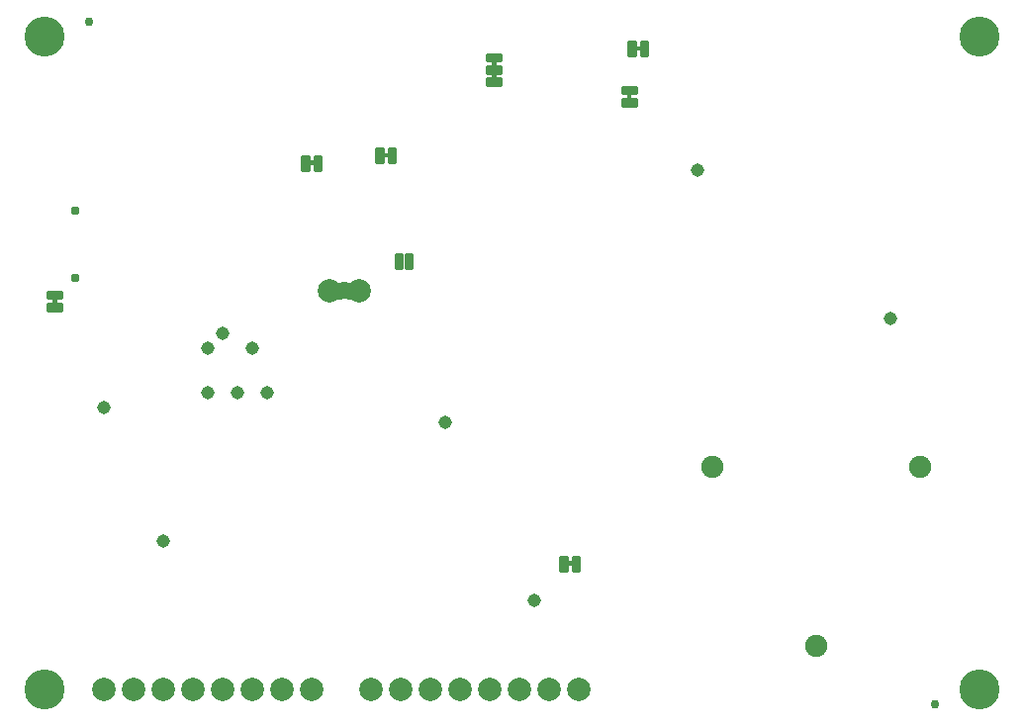
<source format=gbs>
G04 EAGLE Gerber RS-274X export*
G75*
%MOMM*%
%FSLAX34Y34*%
%LPD*%
%INSoldermask Bottom*%
%IPPOS*%
%AMOC8*
5,1,8,0,0,1.08239X$1,22.5*%
G01*
%ADD10C,0.228344*%
%ADD11C,0.762000*%
%ADD12C,3.429000*%
%ADD13C,0.777000*%
%ADD14C,2.006600*%
%ADD15C,1.143000*%
%ADD16C,1.905000*%
%ADD17C,0.228600*%

G36*
X283910Y359803D02*
X283910Y359803D01*
X283976Y359805D01*
X284019Y359823D01*
X284066Y359831D01*
X284123Y359865D01*
X284183Y359890D01*
X284218Y359921D01*
X284259Y359946D01*
X284301Y359997D01*
X284349Y360041D01*
X284371Y360083D01*
X284400Y360120D01*
X284421Y360182D01*
X284452Y360241D01*
X284460Y360295D01*
X284472Y360332D01*
X284471Y360372D01*
X284479Y360426D01*
X284479Y373634D01*
X284468Y373699D01*
X284466Y373765D01*
X284448Y373808D01*
X284440Y373855D01*
X284406Y373912D01*
X284381Y373972D01*
X284350Y374007D01*
X284325Y374048D01*
X284274Y374090D01*
X284230Y374138D01*
X284188Y374160D01*
X284151Y374189D01*
X284089Y374210D01*
X284030Y374241D01*
X283976Y374249D01*
X283939Y374261D01*
X283899Y374260D01*
X283845Y374268D01*
X280035Y374268D01*
X279970Y374257D01*
X279904Y374255D01*
X279861Y374237D01*
X279814Y374229D01*
X279757Y374195D01*
X279697Y374170D01*
X279662Y374139D01*
X279621Y374114D01*
X279580Y374063D01*
X279531Y374019D01*
X279509Y373977D01*
X279480Y373940D01*
X279459Y373878D01*
X279428Y373819D01*
X279420Y373765D01*
X279408Y373728D01*
X279409Y373688D01*
X279401Y373634D01*
X279401Y360426D01*
X279412Y360361D01*
X279414Y360295D01*
X279432Y360252D01*
X279440Y360205D01*
X279474Y360148D01*
X279499Y360088D01*
X279530Y360053D01*
X279555Y360012D01*
X279606Y359971D01*
X279650Y359922D01*
X279692Y359900D01*
X279729Y359871D01*
X279791Y359850D01*
X279850Y359819D01*
X279904Y359811D01*
X279941Y359799D01*
X279981Y359800D01*
X280035Y359792D01*
X283845Y359792D01*
X283910Y359803D01*
G37*
G36*
X411545Y558812D02*
X411545Y558812D01*
X411611Y558814D01*
X411654Y558832D01*
X411701Y558840D01*
X411758Y558874D01*
X411818Y558899D01*
X411853Y558930D01*
X411894Y558955D01*
X411936Y559006D01*
X411984Y559050D01*
X412006Y559092D01*
X412035Y559129D01*
X412056Y559191D01*
X412087Y559250D01*
X412095Y559304D01*
X412107Y559341D01*
X412106Y559381D01*
X412114Y559435D01*
X412114Y563245D01*
X412103Y563310D01*
X412101Y563376D01*
X412083Y563419D01*
X412075Y563466D01*
X412041Y563523D01*
X412016Y563583D01*
X411985Y563618D01*
X411960Y563659D01*
X411909Y563701D01*
X411865Y563749D01*
X411823Y563771D01*
X411786Y563800D01*
X411724Y563821D01*
X411665Y563852D01*
X411611Y563860D01*
X411574Y563872D01*
X411534Y563871D01*
X411480Y563879D01*
X408940Y563879D01*
X408875Y563868D01*
X408809Y563866D01*
X408766Y563848D01*
X408719Y563840D01*
X408662Y563806D01*
X408602Y563781D01*
X408567Y563750D01*
X408526Y563725D01*
X408485Y563674D01*
X408436Y563630D01*
X408414Y563588D01*
X408385Y563551D01*
X408364Y563489D01*
X408333Y563430D01*
X408325Y563376D01*
X408313Y563339D01*
X408313Y563335D01*
X408313Y563334D01*
X408314Y563299D01*
X408306Y563245D01*
X408306Y559435D01*
X408317Y559370D01*
X408319Y559304D01*
X408337Y559261D01*
X408345Y559214D01*
X408379Y559157D01*
X408404Y559097D01*
X408435Y559062D01*
X408460Y559021D01*
X408511Y558980D01*
X408555Y558931D01*
X408597Y558909D01*
X408634Y558880D01*
X408696Y558859D01*
X408755Y558828D01*
X408809Y558820D01*
X408846Y558808D01*
X408886Y558809D01*
X408940Y558801D01*
X411480Y558801D01*
X411545Y558812D01*
G37*
G36*
X411545Y548652D02*
X411545Y548652D01*
X411611Y548654D01*
X411654Y548672D01*
X411701Y548680D01*
X411758Y548714D01*
X411818Y548739D01*
X411853Y548770D01*
X411894Y548795D01*
X411936Y548846D01*
X411984Y548890D01*
X412006Y548932D01*
X412035Y548969D01*
X412056Y549031D01*
X412087Y549090D01*
X412095Y549144D01*
X412107Y549181D01*
X412106Y549221D01*
X412114Y549275D01*
X412114Y553085D01*
X412103Y553150D01*
X412101Y553216D01*
X412083Y553259D01*
X412075Y553306D01*
X412041Y553363D01*
X412016Y553423D01*
X411985Y553458D01*
X411960Y553499D01*
X411909Y553541D01*
X411865Y553589D01*
X411823Y553611D01*
X411786Y553640D01*
X411724Y553661D01*
X411665Y553692D01*
X411611Y553700D01*
X411574Y553712D01*
X411534Y553711D01*
X411480Y553719D01*
X408940Y553719D01*
X408875Y553708D01*
X408809Y553706D01*
X408766Y553688D01*
X408719Y553680D01*
X408662Y553646D01*
X408602Y553621D01*
X408567Y553590D01*
X408526Y553565D01*
X408485Y553514D01*
X408436Y553470D01*
X408414Y553428D01*
X408385Y553391D01*
X408364Y553329D01*
X408333Y553270D01*
X408325Y553216D01*
X408313Y553179D01*
X408313Y553175D01*
X408313Y553174D01*
X408314Y553139D01*
X408306Y553085D01*
X408306Y549275D01*
X408317Y549210D01*
X408319Y549144D01*
X408337Y549101D01*
X408345Y549054D01*
X408379Y548997D01*
X408404Y548937D01*
X408435Y548902D01*
X408460Y548861D01*
X408511Y548820D01*
X408555Y548771D01*
X408597Y548749D01*
X408634Y548720D01*
X408696Y548699D01*
X408755Y548668D01*
X408809Y548660D01*
X408846Y548648D01*
X408886Y548649D01*
X408940Y548641D01*
X411480Y548641D01*
X411545Y548652D01*
G37*
G36*
X527115Y530872D02*
X527115Y530872D01*
X527181Y530874D01*
X527224Y530892D01*
X527271Y530900D01*
X527328Y530934D01*
X527388Y530959D01*
X527423Y530990D01*
X527464Y531015D01*
X527506Y531066D01*
X527554Y531110D01*
X527576Y531152D01*
X527605Y531189D01*
X527626Y531251D01*
X527657Y531310D01*
X527665Y531364D01*
X527677Y531401D01*
X527676Y531441D01*
X527684Y531495D01*
X527684Y535305D01*
X527673Y535370D01*
X527671Y535436D01*
X527653Y535479D01*
X527645Y535526D01*
X527611Y535583D01*
X527586Y535643D01*
X527555Y535678D01*
X527530Y535719D01*
X527479Y535761D01*
X527435Y535809D01*
X527393Y535831D01*
X527356Y535860D01*
X527294Y535881D01*
X527235Y535912D01*
X527181Y535920D01*
X527144Y535932D01*
X527104Y535931D01*
X527050Y535939D01*
X524510Y535939D01*
X524445Y535928D01*
X524379Y535926D01*
X524336Y535908D01*
X524289Y535900D01*
X524232Y535866D01*
X524172Y535841D01*
X524137Y535810D01*
X524096Y535785D01*
X524055Y535734D01*
X524006Y535690D01*
X523984Y535648D01*
X523955Y535611D01*
X523934Y535549D01*
X523903Y535490D01*
X523895Y535436D01*
X523883Y535399D01*
X523883Y535395D01*
X523883Y535394D01*
X523884Y535359D01*
X523876Y535305D01*
X523876Y531495D01*
X523887Y531430D01*
X523889Y531364D01*
X523907Y531321D01*
X523915Y531274D01*
X523949Y531217D01*
X523974Y531157D01*
X524005Y531122D01*
X524030Y531081D01*
X524081Y531040D01*
X524125Y530991D01*
X524167Y530969D01*
X524204Y530940D01*
X524266Y530919D01*
X524325Y530888D01*
X524379Y530880D01*
X524416Y530868D01*
X524456Y530869D01*
X524510Y530861D01*
X527050Y530861D01*
X527115Y530872D01*
G37*
G36*
X35625Y355612D02*
X35625Y355612D01*
X35691Y355614D01*
X35734Y355632D01*
X35781Y355640D01*
X35838Y355674D01*
X35898Y355699D01*
X35933Y355730D01*
X35974Y355755D01*
X36016Y355806D01*
X36064Y355850D01*
X36086Y355892D01*
X36115Y355929D01*
X36136Y355991D01*
X36167Y356050D01*
X36175Y356104D01*
X36187Y356141D01*
X36186Y356181D01*
X36194Y356235D01*
X36194Y360045D01*
X36183Y360110D01*
X36181Y360176D01*
X36163Y360219D01*
X36155Y360266D01*
X36121Y360323D01*
X36096Y360383D01*
X36065Y360418D01*
X36040Y360459D01*
X35989Y360501D01*
X35945Y360549D01*
X35903Y360571D01*
X35866Y360600D01*
X35804Y360621D01*
X35745Y360652D01*
X35691Y360660D01*
X35654Y360672D01*
X35614Y360671D01*
X35560Y360679D01*
X33020Y360679D01*
X32955Y360668D01*
X32889Y360666D01*
X32846Y360648D01*
X32799Y360640D01*
X32742Y360606D01*
X32682Y360581D01*
X32647Y360550D01*
X32606Y360525D01*
X32565Y360474D01*
X32516Y360430D01*
X32494Y360388D01*
X32465Y360351D01*
X32444Y360289D01*
X32413Y360230D01*
X32405Y360176D01*
X32393Y360139D01*
X32393Y360135D01*
X32393Y360134D01*
X32394Y360099D01*
X32386Y360045D01*
X32386Y356235D01*
X32397Y356170D01*
X32399Y356104D01*
X32417Y356061D01*
X32425Y356014D01*
X32459Y355957D01*
X32484Y355897D01*
X32515Y355862D01*
X32540Y355821D01*
X32591Y355780D01*
X32635Y355731D01*
X32677Y355709D01*
X32714Y355680D01*
X32776Y355659D01*
X32835Y355628D01*
X32889Y355620D01*
X32926Y355608D01*
X32966Y355609D01*
X33020Y355601D01*
X35560Y355601D01*
X35625Y355612D01*
G37*
G36*
X535370Y572147D02*
X535370Y572147D01*
X535436Y572149D01*
X535479Y572167D01*
X535526Y572175D01*
X535583Y572209D01*
X535643Y572234D01*
X535678Y572265D01*
X535719Y572290D01*
X535761Y572341D01*
X535809Y572385D01*
X535831Y572427D01*
X535860Y572464D01*
X535881Y572526D01*
X535912Y572585D01*
X535920Y572639D01*
X535932Y572676D01*
X535931Y572716D01*
X535939Y572770D01*
X535939Y575310D01*
X535928Y575375D01*
X535926Y575441D01*
X535908Y575484D01*
X535900Y575531D01*
X535866Y575588D01*
X535841Y575648D01*
X535810Y575683D01*
X535785Y575724D01*
X535734Y575766D01*
X535690Y575814D01*
X535648Y575836D01*
X535611Y575865D01*
X535549Y575886D01*
X535490Y575917D01*
X535436Y575925D01*
X535399Y575937D01*
X535359Y575936D01*
X535305Y575944D01*
X531495Y575944D01*
X531430Y575933D01*
X531364Y575931D01*
X531321Y575913D01*
X531274Y575905D01*
X531217Y575871D01*
X531157Y575846D01*
X531122Y575815D01*
X531081Y575790D01*
X531040Y575739D01*
X530991Y575695D01*
X530969Y575653D01*
X530940Y575616D01*
X530919Y575554D01*
X530888Y575495D01*
X530880Y575441D01*
X530868Y575404D01*
X530868Y575401D01*
X530869Y575364D01*
X530861Y575310D01*
X530861Y572770D01*
X530872Y572705D01*
X530874Y572639D01*
X530892Y572596D01*
X530900Y572549D01*
X530934Y572492D01*
X530959Y572432D01*
X530990Y572397D01*
X531015Y572356D01*
X531066Y572315D01*
X531110Y572266D01*
X531152Y572244D01*
X531189Y572215D01*
X531251Y572194D01*
X531310Y572163D01*
X531364Y572155D01*
X531401Y572143D01*
X531441Y572144D01*
X531495Y572136D01*
X535305Y572136D01*
X535370Y572147D01*
G37*
G36*
X319470Y480707D02*
X319470Y480707D01*
X319536Y480709D01*
X319579Y480727D01*
X319626Y480735D01*
X319683Y480769D01*
X319743Y480794D01*
X319778Y480825D01*
X319819Y480850D01*
X319861Y480901D01*
X319909Y480945D01*
X319931Y480987D01*
X319960Y481024D01*
X319981Y481086D01*
X320012Y481145D01*
X320020Y481199D01*
X320032Y481236D01*
X320031Y481276D01*
X320039Y481330D01*
X320039Y483870D01*
X320028Y483935D01*
X320026Y484001D01*
X320008Y484044D01*
X320000Y484091D01*
X319966Y484148D01*
X319941Y484208D01*
X319910Y484243D01*
X319885Y484284D01*
X319834Y484326D01*
X319790Y484374D01*
X319748Y484396D01*
X319711Y484425D01*
X319649Y484446D01*
X319590Y484477D01*
X319536Y484485D01*
X319499Y484497D01*
X319459Y484496D01*
X319405Y484504D01*
X315595Y484504D01*
X315530Y484493D01*
X315464Y484491D01*
X315421Y484473D01*
X315374Y484465D01*
X315317Y484431D01*
X315257Y484406D01*
X315222Y484375D01*
X315181Y484350D01*
X315140Y484299D01*
X315091Y484255D01*
X315069Y484213D01*
X315040Y484176D01*
X315019Y484114D01*
X314988Y484055D01*
X314980Y484001D01*
X314968Y483964D01*
X314968Y483961D01*
X314969Y483924D01*
X314961Y483870D01*
X314961Y481330D01*
X314972Y481265D01*
X314974Y481199D01*
X314992Y481156D01*
X315000Y481109D01*
X315034Y481052D01*
X315059Y480992D01*
X315090Y480957D01*
X315115Y480916D01*
X315166Y480875D01*
X315210Y480826D01*
X315252Y480804D01*
X315289Y480775D01*
X315351Y480754D01*
X315410Y480723D01*
X315464Y480715D01*
X315501Y480703D01*
X315541Y480704D01*
X315595Y480696D01*
X319405Y480696D01*
X319470Y480707D01*
G37*
G36*
X255970Y474357D02*
X255970Y474357D01*
X256036Y474359D01*
X256079Y474377D01*
X256126Y474385D01*
X256183Y474419D01*
X256243Y474444D01*
X256278Y474475D01*
X256319Y474500D01*
X256361Y474551D01*
X256409Y474595D01*
X256431Y474637D01*
X256460Y474674D01*
X256481Y474736D01*
X256512Y474795D01*
X256520Y474849D01*
X256532Y474886D01*
X256531Y474926D01*
X256539Y474980D01*
X256539Y477520D01*
X256528Y477585D01*
X256526Y477651D01*
X256508Y477694D01*
X256500Y477741D01*
X256466Y477798D01*
X256441Y477858D01*
X256410Y477893D01*
X256385Y477934D01*
X256334Y477976D01*
X256290Y478024D01*
X256248Y478046D01*
X256211Y478075D01*
X256149Y478096D01*
X256090Y478127D01*
X256036Y478135D01*
X255999Y478147D01*
X255959Y478146D01*
X255905Y478154D01*
X252095Y478154D01*
X252030Y478143D01*
X251964Y478141D01*
X251921Y478123D01*
X251874Y478115D01*
X251817Y478081D01*
X251757Y478056D01*
X251722Y478025D01*
X251681Y478000D01*
X251640Y477949D01*
X251591Y477905D01*
X251569Y477863D01*
X251540Y477826D01*
X251519Y477764D01*
X251488Y477705D01*
X251480Y477651D01*
X251468Y477614D01*
X251468Y477611D01*
X251469Y477574D01*
X251461Y477520D01*
X251461Y474980D01*
X251472Y474915D01*
X251474Y474849D01*
X251492Y474806D01*
X251500Y474759D01*
X251534Y474702D01*
X251559Y474642D01*
X251590Y474607D01*
X251615Y474566D01*
X251666Y474525D01*
X251710Y474476D01*
X251752Y474454D01*
X251789Y474425D01*
X251851Y474404D01*
X251910Y474373D01*
X251964Y474365D01*
X252001Y474353D01*
X252041Y474354D01*
X252095Y474346D01*
X255905Y474346D01*
X255970Y474357D01*
G37*
G36*
X476950Y131457D02*
X476950Y131457D01*
X477016Y131459D01*
X477059Y131477D01*
X477106Y131485D01*
X477163Y131519D01*
X477223Y131544D01*
X477258Y131575D01*
X477299Y131600D01*
X477341Y131651D01*
X477389Y131695D01*
X477411Y131737D01*
X477440Y131774D01*
X477461Y131836D01*
X477492Y131895D01*
X477500Y131949D01*
X477512Y131986D01*
X477511Y132026D01*
X477519Y132080D01*
X477519Y134620D01*
X477508Y134685D01*
X477506Y134751D01*
X477488Y134794D01*
X477480Y134841D01*
X477446Y134898D01*
X477421Y134958D01*
X477390Y134993D01*
X477365Y135034D01*
X477314Y135076D01*
X477270Y135124D01*
X477228Y135146D01*
X477191Y135175D01*
X477129Y135196D01*
X477070Y135227D01*
X477016Y135235D01*
X476979Y135247D01*
X476939Y135246D01*
X476885Y135254D01*
X473075Y135254D01*
X473010Y135243D01*
X472944Y135241D01*
X472901Y135223D01*
X472854Y135215D01*
X472797Y135181D01*
X472737Y135156D01*
X472702Y135125D01*
X472661Y135100D01*
X472620Y135049D01*
X472571Y135005D01*
X472549Y134963D01*
X472520Y134926D01*
X472499Y134864D01*
X472468Y134805D01*
X472460Y134751D01*
X472448Y134714D01*
X472448Y134711D01*
X472449Y134674D01*
X472441Y134620D01*
X472441Y132080D01*
X472452Y132015D01*
X472454Y131949D01*
X472472Y131906D01*
X472480Y131859D01*
X472514Y131802D01*
X472539Y131742D01*
X472570Y131707D01*
X472595Y131666D01*
X472646Y131625D01*
X472690Y131576D01*
X472732Y131554D01*
X472769Y131525D01*
X472831Y131504D01*
X472890Y131473D01*
X472944Y131465D01*
X472981Y131453D01*
X473021Y131454D01*
X473075Y131446D01*
X476885Y131446D01*
X476950Y131457D01*
G37*
D10*
X535811Y579884D02*
X541403Y579884D01*
X541403Y568196D01*
X535811Y568196D01*
X535811Y579884D01*
X535811Y570365D02*
X541403Y570365D01*
X541403Y572534D02*
X535811Y572534D01*
X535811Y574703D02*
X541403Y574703D01*
X541403Y576872D02*
X535811Y576872D01*
X535811Y579041D02*
X541403Y579041D01*
X530989Y579884D02*
X525397Y579884D01*
X530989Y579884D02*
X530989Y568196D01*
X525397Y568196D01*
X525397Y579884D01*
X525397Y570365D02*
X530989Y570365D01*
X530989Y572534D02*
X525397Y572534D01*
X525397Y574703D02*
X530989Y574703D01*
X530989Y576872D02*
X525397Y576872D01*
X525397Y579041D02*
X530989Y579041D01*
D11*
X787400Y12700D03*
X63500Y596900D03*
D12*
X825500Y25400D03*
X825500Y584200D03*
X25400Y584200D03*
X25400Y25400D03*
D13*
X51590Y435300D03*
X51590Y377500D03*
D14*
X76200Y25400D03*
X101600Y25400D03*
X127000Y25400D03*
X152400Y25400D03*
X177800Y25400D03*
X203200Y25400D03*
X228600Y25400D03*
X254000Y25400D03*
X304800Y25400D03*
X330200Y25400D03*
X355600Y25400D03*
X381000Y25400D03*
X406400Y25400D03*
X431800Y25400D03*
X457200Y25400D03*
X482600Y25400D03*
D10*
X531624Y525397D02*
X531624Y530989D01*
X531624Y525397D02*
X519936Y525397D01*
X519936Y530989D01*
X531624Y530989D01*
X531624Y527566D02*
X519936Y527566D01*
X519936Y529735D02*
X531624Y529735D01*
X531624Y535811D02*
X531624Y541403D01*
X531624Y535811D02*
X519936Y535811D01*
X519936Y541403D01*
X531624Y541403D01*
X531624Y537980D02*
X519936Y537980D01*
X519936Y540149D02*
X531624Y540149D01*
X40134Y355729D02*
X40134Y350137D01*
X28446Y350137D01*
X28446Y355729D01*
X40134Y355729D01*
X40134Y352306D02*
X28446Y352306D01*
X28446Y354475D02*
X40134Y354475D01*
X40134Y360551D02*
X40134Y366143D01*
X40134Y360551D02*
X28446Y360551D01*
X28446Y366143D01*
X40134Y366143D01*
X40134Y362720D02*
X28446Y362720D01*
X28446Y364889D02*
X40134Y364889D01*
D15*
X368300Y254000D03*
X203200Y317500D03*
X190500Y279400D03*
X177800Y330200D03*
X76200Y266700D03*
X165100Y317500D03*
X215900Y279400D03*
X749300Y342900D03*
D10*
X472569Y127506D02*
X466977Y127506D01*
X466977Y139194D01*
X472569Y139194D01*
X472569Y127506D01*
X472569Y129675D02*
X466977Y129675D01*
X466977Y131844D02*
X472569Y131844D01*
X472569Y134013D02*
X466977Y134013D01*
X466977Y136182D02*
X472569Y136182D01*
X472569Y138351D02*
X466977Y138351D01*
X477391Y127506D02*
X482983Y127506D01*
X477391Y127506D02*
X477391Y139194D01*
X482983Y139194D01*
X482983Y127506D01*
X482983Y129675D02*
X477391Y129675D01*
X477391Y131844D02*
X482983Y131844D01*
X482983Y134013D02*
X477391Y134013D01*
X477391Y136182D02*
X482983Y136182D01*
X482983Y138351D02*
X477391Y138351D01*
X262003Y482094D02*
X256411Y482094D01*
X262003Y482094D02*
X262003Y470406D01*
X256411Y470406D01*
X256411Y482094D01*
X256411Y472575D02*
X262003Y472575D01*
X262003Y474744D02*
X256411Y474744D01*
X256411Y476913D02*
X262003Y476913D01*
X262003Y479082D02*
X256411Y479082D01*
X256411Y481251D02*
X262003Y481251D01*
X251589Y482094D02*
X245997Y482094D01*
X251589Y482094D02*
X251589Y470406D01*
X245997Y470406D01*
X245997Y482094D01*
X245997Y472575D02*
X251589Y472575D01*
X251589Y474744D02*
X245997Y474744D01*
X245997Y476913D02*
X251589Y476913D01*
X251589Y479082D02*
X245997Y479082D01*
X245997Y481251D02*
X251589Y481251D01*
D15*
X584200Y469900D03*
X127000Y152400D03*
X165100Y279400D03*
X444500Y101600D03*
D16*
X597032Y216350D03*
X685800Y62600D03*
X774568Y216350D03*
D10*
X404366Y563878D02*
X404366Y569470D01*
X416054Y569470D01*
X416054Y563878D01*
X404366Y563878D01*
X404366Y566047D02*
X416054Y566047D01*
X416054Y568216D02*
X404366Y568216D01*
X404366Y559056D02*
X404366Y553464D01*
X404366Y559056D02*
X416054Y559056D01*
X416054Y553464D01*
X404366Y553464D01*
X404366Y555633D02*
X416054Y555633D01*
X416054Y557802D02*
X404366Y557802D01*
X404366Y548642D02*
X404366Y543050D01*
X404366Y548642D02*
X416054Y548642D01*
X416054Y543050D01*
X404366Y543050D01*
X404366Y545219D02*
X416054Y545219D01*
X416054Y547388D02*
X404366Y547388D01*
D17*
X331343Y386588D02*
X326009Y386588D01*
X326009Y398272D01*
X331343Y398272D01*
X331343Y386588D01*
X331343Y388760D02*
X326009Y388760D01*
X326009Y390932D02*
X331343Y390932D01*
X331343Y393104D02*
X326009Y393104D01*
X326009Y395276D02*
X331343Y395276D01*
X331343Y397448D02*
X326009Y397448D01*
X334137Y386588D02*
X339471Y386588D01*
X334137Y386588D02*
X334137Y398272D01*
X339471Y398272D01*
X339471Y386588D01*
X339471Y388760D02*
X334137Y388760D01*
X334137Y390932D02*
X339471Y390932D01*
X339471Y393104D02*
X334137Y393104D01*
X334137Y395276D02*
X339471Y395276D01*
X339471Y397448D02*
X334137Y397448D01*
X279527Y361188D02*
X274193Y361188D01*
X274193Y372872D01*
X279527Y372872D01*
X279527Y361188D01*
X279527Y363360D02*
X274193Y363360D01*
X274193Y365532D02*
X279527Y365532D01*
X279527Y367704D02*
X274193Y367704D01*
X274193Y369876D02*
X279527Y369876D01*
X279527Y372048D02*
X274193Y372048D01*
X284353Y361188D02*
X289687Y361188D01*
X284353Y361188D02*
X284353Y372872D01*
X289687Y372872D01*
X289687Y361188D01*
X289687Y363360D02*
X284353Y363360D01*
X284353Y365532D02*
X289687Y365532D01*
X289687Y367704D02*
X284353Y367704D01*
X284353Y369876D02*
X289687Y369876D01*
X289687Y372048D02*
X284353Y372048D01*
D14*
X269240Y367030D03*
X294640Y367030D03*
D10*
X319911Y488444D02*
X325503Y488444D01*
X325503Y476756D01*
X319911Y476756D01*
X319911Y488444D01*
X319911Y478925D02*
X325503Y478925D01*
X325503Y481094D02*
X319911Y481094D01*
X319911Y483263D02*
X325503Y483263D01*
X325503Y485432D02*
X319911Y485432D01*
X319911Y487601D02*
X325503Y487601D01*
X315089Y488444D02*
X309497Y488444D01*
X315089Y488444D02*
X315089Y476756D01*
X309497Y476756D01*
X309497Y488444D01*
X309497Y478925D02*
X315089Y478925D01*
X315089Y481094D02*
X309497Y481094D01*
X309497Y483263D02*
X315089Y483263D01*
X315089Y485432D02*
X309497Y485432D01*
X309497Y487601D02*
X315089Y487601D01*
M02*

</source>
